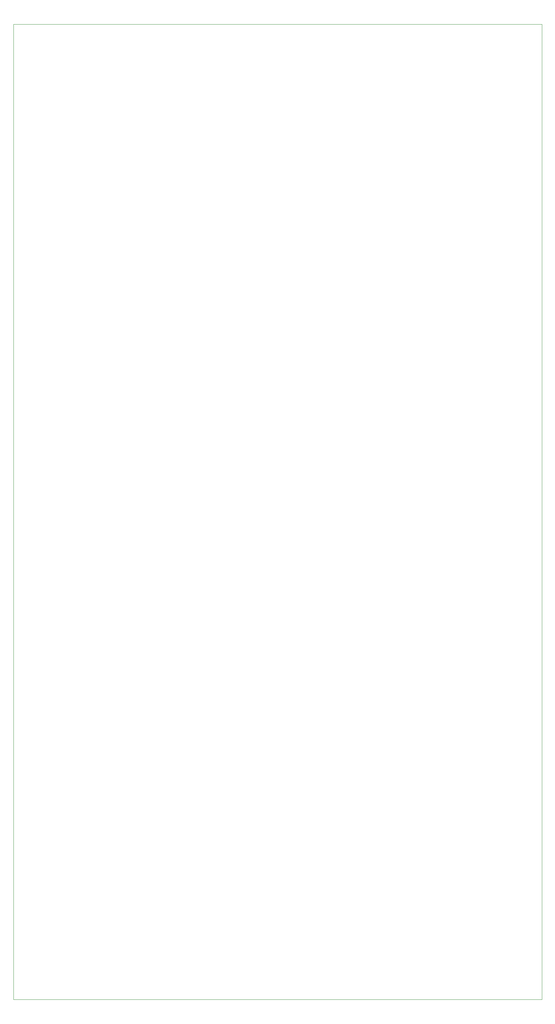
<source format=gbr>
%TF.GenerationSoftware,KiCad,Pcbnew,9.0.7*%
%TF.CreationDate,2026-02-24T13:08:20-05:00*%
%TF.ProjectId,MONGO_PCB,4d4f4e47-4f5f-4504-9342-2e6b69636164,SR211007*%
%TF.SameCoordinates,Original*%
%TF.FileFunction,Profile,NP*%
%FSLAX46Y46*%
G04 Gerber Fmt 4.6, Leading zero omitted, Abs format (unit mm)*
G04 Created by KiCad (PCBNEW 9.0.7) date 2026-02-24 13:08:20*
%MOMM*%
%LPD*%
G01*
G04 APERTURE LIST*
%TA.AperFunction,Profile*%
%ADD10C,0.050000*%
%TD*%
G04 APERTURE END LIST*
D10*
X10160000Y-10160000D02*
X139700000Y-10160000D01*
X139700000Y-248920000D01*
X10160000Y-248920000D01*
X10160000Y-10160000D01*
M02*

</source>
